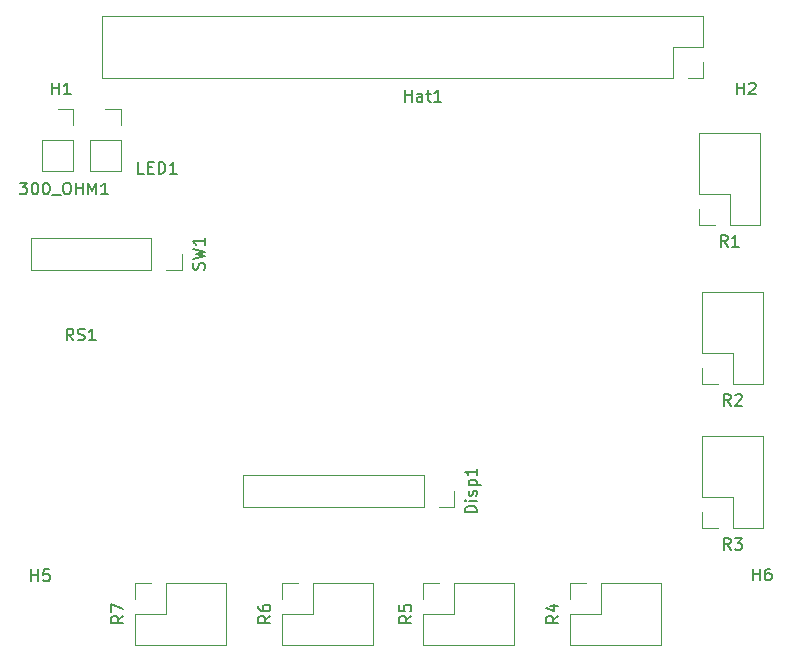
<source format=gbr>
G04 #@! TF.GenerationSoftware,KiCad,Pcbnew,(5.1.0)-1*
G04 #@! TF.CreationDate,2019-11-04T20:34:33+09:00*
G04 #@! TF.ProjectId,PakeOtiKun,50616b65-4f74-4694-9b75-6e2e6b696361,1*
G04 #@! TF.SameCoordinates,Original*
G04 #@! TF.FileFunction,Legend,Top*
G04 #@! TF.FilePolarity,Positive*
%FSLAX46Y46*%
G04 Gerber Fmt 4.6, Leading zero omitted, Abs format (unit mm)*
G04 Created by KiCad (PCBNEW (5.1.0)-1) date 2019-11-04 20:34:33*
%MOMM*%
%LPD*%
G04 APERTURE LIST*
%ADD10C,0.120000*%
%ADD11C,0.150000*%
G04 APERTURE END LIST*
D10*
X167446000Y-102676000D02*
X164846000Y-102676000D01*
X167446000Y-102676000D02*
X167446000Y-94936000D01*
X167446000Y-94936000D02*
X162246000Y-94936000D01*
X162246000Y-100076000D02*
X162246000Y-94936000D01*
X164846000Y-100076000D02*
X162246000Y-100076000D01*
X164846000Y-102676000D02*
X164846000Y-100076000D01*
X162246000Y-102676000D02*
X162246000Y-101346000D01*
X163576000Y-102676000D02*
X162246000Y-102676000D01*
X115646200Y-90364000D02*
X115646200Y-93024000D01*
X115646200Y-90364000D02*
X105426200Y-90364000D01*
X105426200Y-90364000D02*
X105426200Y-93024000D01*
X115646200Y-93024000D02*
X105426200Y-93024000D01*
X118246200Y-93024000D02*
X116916200Y-93024000D01*
X118246200Y-91694000D02*
X118246200Y-93024000D01*
X138684000Y-110430000D02*
X138684000Y-113090000D01*
X138684000Y-110430000D02*
X123384000Y-110430000D01*
X123384000Y-110430000D02*
X123384000Y-113090000D01*
X138684000Y-113090000D02*
X123384000Y-113090000D01*
X141284000Y-113090000D02*
X139954000Y-113090000D01*
X141284000Y-111760000D02*
X141284000Y-113090000D01*
X163576000Y-114868000D02*
X162246000Y-114868000D01*
X162246000Y-114868000D02*
X162246000Y-113538000D01*
X164846000Y-114868000D02*
X164846000Y-112268000D01*
X164846000Y-112268000D02*
X162246000Y-112268000D01*
X162246000Y-112268000D02*
X162246000Y-107128000D01*
X167446000Y-107128000D02*
X162246000Y-107128000D01*
X167446000Y-114868000D02*
X167446000Y-107128000D01*
X167446000Y-114868000D02*
X164846000Y-114868000D01*
X151070000Y-124774000D02*
X151070000Y-122174000D01*
X151070000Y-124774000D02*
X158810000Y-124774000D01*
X158810000Y-124774000D02*
X158810000Y-119574000D01*
X153670000Y-119574000D02*
X158810000Y-119574000D01*
X153670000Y-122174000D02*
X153670000Y-119574000D01*
X151070000Y-122174000D02*
X153670000Y-122174000D01*
X151070000Y-119574000D02*
X152400000Y-119574000D01*
X151070000Y-120904000D02*
X151070000Y-119574000D01*
X138624000Y-120904000D02*
X138624000Y-119574000D01*
X138624000Y-119574000D02*
X139954000Y-119574000D01*
X138624000Y-122174000D02*
X141224000Y-122174000D01*
X141224000Y-122174000D02*
X141224000Y-119574000D01*
X141224000Y-119574000D02*
X146364000Y-119574000D01*
X146364000Y-124774000D02*
X146364000Y-119574000D01*
X138624000Y-124774000D02*
X146364000Y-124774000D01*
X138624000Y-124774000D02*
X138624000Y-122174000D01*
X126686000Y-124774000D02*
X126686000Y-122174000D01*
X126686000Y-124774000D02*
X134426000Y-124774000D01*
X134426000Y-124774000D02*
X134426000Y-119574000D01*
X129286000Y-119574000D02*
X134426000Y-119574000D01*
X129286000Y-122174000D02*
X129286000Y-119574000D01*
X126686000Y-122174000D02*
X129286000Y-122174000D01*
X126686000Y-119574000D02*
X128016000Y-119574000D01*
X126686000Y-120904000D02*
X126686000Y-119574000D01*
X114240000Y-120904000D02*
X114240000Y-119574000D01*
X114240000Y-119574000D02*
X115570000Y-119574000D01*
X114240000Y-122174000D02*
X116840000Y-122174000D01*
X116840000Y-122174000D02*
X116840000Y-119574000D01*
X116840000Y-119574000D02*
X121980000Y-119574000D01*
X121980000Y-124774000D02*
X121980000Y-119574000D01*
X114240000Y-124774000D02*
X121980000Y-124774000D01*
X114240000Y-124774000D02*
X114240000Y-122174000D01*
X163322000Y-89214000D02*
X161992000Y-89214000D01*
X161992000Y-89214000D02*
X161992000Y-87884000D01*
X164592000Y-89214000D02*
X164592000Y-86614000D01*
X164592000Y-86614000D02*
X161992000Y-86614000D01*
X161992000Y-86614000D02*
X161992000Y-81474000D01*
X167192000Y-81474000D02*
X161992000Y-81474000D01*
X167192000Y-89214000D02*
X167192000Y-81474000D01*
X167192000Y-89214000D02*
X164592000Y-89214000D01*
X110404600Y-82042000D02*
X113064600Y-82042000D01*
X110404600Y-82042000D02*
X110404600Y-84642000D01*
X110404600Y-84642000D02*
X113064600Y-84642000D01*
X113064600Y-82042000D02*
X113064600Y-84642000D01*
X113064600Y-79442000D02*
X113064600Y-80772000D01*
X111734600Y-79442000D02*
X113064600Y-79442000D01*
X107696000Y-79442000D02*
X109026000Y-79442000D01*
X109026000Y-79442000D02*
X109026000Y-80772000D01*
X109026000Y-82042000D02*
X109026000Y-84642000D01*
X106366000Y-84642000D02*
X109026000Y-84642000D01*
X106366000Y-82042000D02*
X106366000Y-84642000D01*
X106366000Y-82042000D02*
X109026000Y-82042000D01*
X111446000Y-71568000D02*
X111446000Y-76768000D01*
X159766000Y-76768000D02*
X111446000Y-76768000D01*
X162366000Y-76768000D02*
X161036000Y-76768000D01*
X162366000Y-75438000D02*
X162366000Y-76768000D01*
X159766000Y-74168000D02*
X159766000Y-76768000D01*
X162366000Y-74168000D02*
X159766000Y-74168000D01*
X162366000Y-71568000D02*
X162366000Y-74168000D01*
X162366000Y-71568000D02*
X111446000Y-71568000D01*
D11*
X164679333Y-104568380D02*
X164346000Y-104092190D01*
X164107904Y-104568380D02*
X164107904Y-103568380D01*
X164488857Y-103568380D01*
X164584095Y-103616000D01*
X164631714Y-103663619D01*
X164679333Y-103758857D01*
X164679333Y-103901714D01*
X164631714Y-103996952D01*
X164584095Y-104044571D01*
X164488857Y-104092190D01*
X164107904Y-104092190D01*
X165060285Y-103663619D02*
X165107904Y-103616000D01*
X165203142Y-103568380D01*
X165441238Y-103568380D01*
X165536476Y-103616000D01*
X165584095Y-103663619D01*
X165631714Y-103758857D01*
X165631714Y-103854095D01*
X165584095Y-103996952D01*
X165012666Y-104568380D01*
X165631714Y-104568380D01*
X165238095Y-78202380D02*
X165238095Y-77202380D01*
X165238095Y-77678571D02*
X165809523Y-77678571D01*
X165809523Y-78202380D02*
X165809523Y-77202380D01*
X166238095Y-77297619D02*
X166285714Y-77250000D01*
X166380952Y-77202380D01*
X166619047Y-77202380D01*
X166714285Y-77250000D01*
X166761904Y-77297619D01*
X166809523Y-77392857D01*
X166809523Y-77488095D01*
X166761904Y-77630952D01*
X166190476Y-78202380D01*
X166809523Y-78202380D01*
X166573295Y-119349780D02*
X166573295Y-118349780D01*
X166573295Y-118825971D02*
X167144723Y-118825971D01*
X167144723Y-119349780D02*
X167144723Y-118349780D01*
X168049485Y-118349780D02*
X167859009Y-118349780D01*
X167763771Y-118397400D01*
X167716152Y-118445019D01*
X167620914Y-118587876D01*
X167573295Y-118778352D01*
X167573295Y-119159304D01*
X167620914Y-119254542D01*
X167668533Y-119302161D01*
X167763771Y-119349780D01*
X167954247Y-119349780D01*
X168049485Y-119302161D01*
X168097104Y-119254542D01*
X168144723Y-119159304D01*
X168144723Y-118921209D01*
X168097104Y-118825971D01*
X168049485Y-118778352D01*
X167954247Y-118730733D01*
X167763771Y-118730733D01*
X167668533Y-118778352D01*
X167620914Y-118825971D01*
X167573295Y-118921209D01*
X107238095Y-78202380D02*
X107238095Y-77202380D01*
X107238095Y-77678571D02*
X107809523Y-77678571D01*
X107809523Y-78202380D02*
X107809523Y-77202380D01*
X108809523Y-78202380D02*
X108238095Y-78202380D01*
X108523809Y-78202380D02*
X108523809Y-77202380D01*
X108428571Y-77345238D01*
X108333333Y-77440476D01*
X108238095Y-77488095D01*
X105486295Y-119400580D02*
X105486295Y-118400580D01*
X105486295Y-118876771D02*
X106057723Y-118876771D01*
X106057723Y-119400580D02*
X106057723Y-118400580D01*
X107010104Y-118400580D02*
X106533914Y-118400580D01*
X106486295Y-118876771D01*
X106533914Y-118829152D01*
X106629152Y-118781533D01*
X106867247Y-118781533D01*
X106962485Y-118829152D01*
X107010104Y-118876771D01*
X107057723Y-118972009D01*
X107057723Y-119210104D01*
X107010104Y-119305342D01*
X106962485Y-119352961D01*
X106867247Y-119400580D01*
X106629152Y-119400580D01*
X106533914Y-119352961D01*
X106486295Y-119305342D01*
X120090961Y-93027333D02*
X120138580Y-92884476D01*
X120138580Y-92646380D01*
X120090961Y-92551142D01*
X120043342Y-92503523D01*
X119948104Y-92455904D01*
X119852866Y-92455904D01*
X119757628Y-92503523D01*
X119710009Y-92551142D01*
X119662390Y-92646380D01*
X119614771Y-92836857D01*
X119567152Y-92932095D01*
X119519533Y-92979714D01*
X119424295Y-93027333D01*
X119329057Y-93027333D01*
X119233819Y-92979714D01*
X119186200Y-92932095D01*
X119138580Y-92836857D01*
X119138580Y-92598761D01*
X119186200Y-92455904D01*
X119138580Y-92122571D02*
X120138580Y-91884476D01*
X119424295Y-91694000D01*
X120138580Y-91503523D01*
X119138580Y-91265428D01*
X120138580Y-90360666D02*
X120138580Y-90932095D01*
X120138580Y-90646380D02*
X119138580Y-90646380D01*
X119281438Y-90741619D01*
X119376676Y-90836857D01*
X119424295Y-90932095D01*
X143176380Y-113593333D02*
X142176380Y-113593333D01*
X142176380Y-113355238D01*
X142224000Y-113212380D01*
X142319238Y-113117142D01*
X142414476Y-113069523D01*
X142604952Y-113021904D01*
X142747809Y-113021904D01*
X142938285Y-113069523D01*
X143033523Y-113117142D01*
X143128761Y-113212380D01*
X143176380Y-113355238D01*
X143176380Y-113593333D01*
X143176380Y-112593333D02*
X142509714Y-112593333D01*
X142176380Y-112593333D02*
X142224000Y-112640952D01*
X142271619Y-112593333D01*
X142224000Y-112545714D01*
X142176380Y-112593333D01*
X142271619Y-112593333D01*
X143128761Y-112164761D02*
X143176380Y-112069523D01*
X143176380Y-111879047D01*
X143128761Y-111783809D01*
X143033523Y-111736190D01*
X142985904Y-111736190D01*
X142890666Y-111783809D01*
X142843047Y-111879047D01*
X142843047Y-112021904D01*
X142795428Y-112117142D01*
X142700190Y-112164761D01*
X142652571Y-112164761D01*
X142557333Y-112117142D01*
X142509714Y-112021904D01*
X142509714Y-111879047D01*
X142557333Y-111783809D01*
X142509714Y-111307619D02*
X143509714Y-111307619D01*
X142557333Y-111307619D02*
X142509714Y-111212380D01*
X142509714Y-111021904D01*
X142557333Y-110926666D01*
X142604952Y-110879047D01*
X142700190Y-110831428D01*
X142985904Y-110831428D01*
X143081142Y-110879047D01*
X143128761Y-110926666D01*
X143176380Y-111021904D01*
X143176380Y-111212380D01*
X143128761Y-111307619D01*
X143176380Y-109879047D02*
X143176380Y-110450476D01*
X143176380Y-110164761D02*
X142176380Y-110164761D01*
X142319238Y-110260000D01*
X142414476Y-110355238D01*
X142462095Y-110450476D01*
X164679333Y-116760380D02*
X164346000Y-116284190D01*
X164107904Y-116760380D02*
X164107904Y-115760380D01*
X164488857Y-115760380D01*
X164584095Y-115808000D01*
X164631714Y-115855619D01*
X164679333Y-115950857D01*
X164679333Y-116093714D01*
X164631714Y-116188952D01*
X164584095Y-116236571D01*
X164488857Y-116284190D01*
X164107904Y-116284190D01*
X165012666Y-115760380D02*
X165631714Y-115760380D01*
X165298380Y-116141333D01*
X165441238Y-116141333D01*
X165536476Y-116188952D01*
X165584095Y-116236571D01*
X165631714Y-116331809D01*
X165631714Y-116569904D01*
X165584095Y-116665142D01*
X165536476Y-116712761D01*
X165441238Y-116760380D01*
X165155523Y-116760380D01*
X165060285Y-116712761D01*
X165012666Y-116665142D01*
X150082380Y-122340666D02*
X149606190Y-122674000D01*
X150082380Y-122912095D02*
X149082380Y-122912095D01*
X149082380Y-122531142D01*
X149130000Y-122435904D01*
X149177619Y-122388285D01*
X149272857Y-122340666D01*
X149415714Y-122340666D01*
X149510952Y-122388285D01*
X149558571Y-122435904D01*
X149606190Y-122531142D01*
X149606190Y-122912095D01*
X149415714Y-121483523D02*
X150082380Y-121483523D01*
X149034761Y-121721619D02*
X149749047Y-121959714D01*
X149749047Y-121340666D01*
X137636380Y-122340666D02*
X137160190Y-122674000D01*
X137636380Y-122912095D02*
X136636380Y-122912095D01*
X136636380Y-122531142D01*
X136684000Y-122435904D01*
X136731619Y-122388285D01*
X136826857Y-122340666D01*
X136969714Y-122340666D01*
X137064952Y-122388285D01*
X137112571Y-122435904D01*
X137160190Y-122531142D01*
X137160190Y-122912095D01*
X136636380Y-121435904D02*
X136636380Y-121912095D01*
X137112571Y-121959714D01*
X137064952Y-121912095D01*
X137017333Y-121816857D01*
X137017333Y-121578761D01*
X137064952Y-121483523D01*
X137112571Y-121435904D01*
X137207809Y-121388285D01*
X137445904Y-121388285D01*
X137541142Y-121435904D01*
X137588761Y-121483523D01*
X137636380Y-121578761D01*
X137636380Y-121816857D01*
X137588761Y-121912095D01*
X137541142Y-121959714D01*
X125698380Y-122340666D02*
X125222190Y-122674000D01*
X125698380Y-122912095D02*
X124698380Y-122912095D01*
X124698380Y-122531142D01*
X124746000Y-122435904D01*
X124793619Y-122388285D01*
X124888857Y-122340666D01*
X125031714Y-122340666D01*
X125126952Y-122388285D01*
X125174571Y-122435904D01*
X125222190Y-122531142D01*
X125222190Y-122912095D01*
X124698380Y-121483523D02*
X124698380Y-121674000D01*
X124746000Y-121769238D01*
X124793619Y-121816857D01*
X124936476Y-121912095D01*
X125126952Y-121959714D01*
X125507904Y-121959714D01*
X125603142Y-121912095D01*
X125650761Y-121864476D01*
X125698380Y-121769238D01*
X125698380Y-121578761D01*
X125650761Y-121483523D01*
X125603142Y-121435904D01*
X125507904Y-121388285D01*
X125269809Y-121388285D01*
X125174571Y-121435904D01*
X125126952Y-121483523D01*
X125079333Y-121578761D01*
X125079333Y-121769238D01*
X125126952Y-121864476D01*
X125174571Y-121912095D01*
X125269809Y-121959714D01*
X113252380Y-122340666D02*
X112776190Y-122674000D01*
X113252380Y-122912095D02*
X112252380Y-122912095D01*
X112252380Y-122531142D01*
X112300000Y-122435904D01*
X112347619Y-122388285D01*
X112442857Y-122340666D01*
X112585714Y-122340666D01*
X112680952Y-122388285D01*
X112728571Y-122435904D01*
X112776190Y-122531142D01*
X112776190Y-122912095D01*
X112252380Y-122007333D02*
X112252380Y-121340666D01*
X113252380Y-121769238D01*
X164425333Y-91106380D02*
X164092000Y-90630190D01*
X163853904Y-91106380D02*
X163853904Y-90106380D01*
X164234857Y-90106380D01*
X164330095Y-90154000D01*
X164377714Y-90201619D01*
X164425333Y-90296857D01*
X164425333Y-90439714D01*
X164377714Y-90534952D01*
X164330095Y-90582571D01*
X164234857Y-90630190D01*
X163853904Y-90630190D01*
X165377714Y-91106380D02*
X164806285Y-91106380D01*
X165092000Y-91106380D02*
X165092000Y-90106380D01*
X164996761Y-90249238D01*
X164901523Y-90344476D01*
X164806285Y-90392095D01*
X115009752Y-84907380D02*
X114533561Y-84907380D01*
X114533561Y-83907380D01*
X115343085Y-84383571D02*
X115676419Y-84383571D01*
X115819276Y-84907380D02*
X115343085Y-84907380D01*
X115343085Y-83907380D01*
X115819276Y-83907380D01*
X116247847Y-84907380D02*
X116247847Y-83907380D01*
X116485942Y-83907380D01*
X116628800Y-83955000D01*
X116724038Y-84050238D01*
X116771657Y-84145476D01*
X116819276Y-84335952D01*
X116819276Y-84478809D01*
X116771657Y-84669285D01*
X116724038Y-84764523D01*
X116628800Y-84859761D01*
X116485942Y-84907380D01*
X116247847Y-84907380D01*
X117771657Y-84907380D02*
X117200228Y-84907380D01*
X117485942Y-84907380D02*
X117485942Y-83907380D01*
X117390704Y-84050238D01*
X117295466Y-84145476D01*
X117200228Y-84193095D01*
X104492895Y-85659980D02*
X105111942Y-85659980D01*
X104778609Y-86040933D01*
X104921466Y-86040933D01*
X105016704Y-86088552D01*
X105064323Y-86136171D01*
X105111942Y-86231409D01*
X105111942Y-86469504D01*
X105064323Y-86564742D01*
X105016704Y-86612361D01*
X104921466Y-86659980D01*
X104635752Y-86659980D01*
X104540514Y-86612361D01*
X104492895Y-86564742D01*
X105730990Y-85659980D02*
X105826228Y-85659980D01*
X105921466Y-85707600D01*
X105969085Y-85755219D01*
X106016704Y-85850457D01*
X106064323Y-86040933D01*
X106064323Y-86279028D01*
X106016704Y-86469504D01*
X105969085Y-86564742D01*
X105921466Y-86612361D01*
X105826228Y-86659980D01*
X105730990Y-86659980D01*
X105635752Y-86612361D01*
X105588133Y-86564742D01*
X105540514Y-86469504D01*
X105492895Y-86279028D01*
X105492895Y-86040933D01*
X105540514Y-85850457D01*
X105588133Y-85755219D01*
X105635752Y-85707600D01*
X105730990Y-85659980D01*
X106683371Y-85659980D02*
X106778609Y-85659980D01*
X106873847Y-85707600D01*
X106921466Y-85755219D01*
X106969085Y-85850457D01*
X107016704Y-86040933D01*
X107016704Y-86279028D01*
X106969085Y-86469504D01*
X106921466Y-86564742D01*
X106873847Y-86612361D01*
X106778609Y-86659980D01*
X106683371Y-86659980D01*
X106588133Y-86612361D01*
X106540514Y-86564742D01*
X106492895Y-86469504D01*
X106445276Y-86279028D01*
X106445276Y-86040933D01*
X106492895Y-85850457D01*
X106540514Y-85755219D01*
X106588133Y-85707600D01*
X106683371Y-85659980D01*
X107207180Y-86755219D02*
X107969085Y-86755219D01*
X108397657Y-85659980D02*
X108588133Y-85659980D01*
X108683371Y-85707600D01*
X108778609Y-85802838D01*
X108826228Y-85993314D01*
X108826228Y-86326647D01*
X108778609Y-86517123D01*
X108683371Y-86612361D01*
X108588133Y-86659980D01*
X108397657Y-86659980D01*
X108302419Y-86612361D01*
X108207180Y-86517123D01*
X108159561Y-86326647D01*
X108159561Y-85993314D01*
X108207180Y-85802838D01*
X108302419Y-85707600D01*
X108397657Y-85659980D01*
X109254800Y-86659980D02*
X109254800Y-85659980D01*
X109254800Y-86136171D02*
X109826228Y-86136171D01*
X109826228Y-86659980D02*
X109826228Y-85659980D01*
X110302419Y-86659980D02*
X110302419Y-85659980D01*
X110635752Y-86374266D01*
X110969085Y-85659980D01*
X110969085Y-86659980D01*
X111969085Y-86659980D02*
X111397657Y-86659980D01*
X111683371Y-86659980D02*
X111683371Y-85659980D01*
X111588133Y-85802838D01*
X111492895Y-85898076D01*
X111397657Y-85945695D01*
X137107800Y-78811380D02*
X137107800Y-77811380D01*
X137107800Y-78287571D02*
X137679228Y-78287571D01*
X137679228Y-78811380D02*
X137679228Y-77811380D01*
X138583990Y-78811380D02*
X138583990Y-78287571D01*
X138536371Y-78192333D01*
X138441133Y-78144714D01*
X138250657Y-78144714D01*
X138155419Y-78192333D01*
X138583990Y-78763761D02*
X138488752Y-78811380D01*
X138250657Y-78811380D01*
X138155419Y-78763761D01*
X138107800Y-78668523D01*
X138107800Y-78573285D01*
X138155419Y-78478047D01*
X138250657Y-78430428D01*
X138488752Y-78430428D01*
X138583990Y-78382809D01*
X138917323Y-78144714D02*
X139298276Y-78144714D01*
X139060180Y-77811380D02*
X139060180Y-78668523D01*
X139107800Y-78763761D01*
X139203038Y-78811380D01*
X139298276Y-78811380D01*
X140155419Y-78811380D02*
X139583990Y-78811380D01*
X139869704Y-78811380D02*
X139869704Y-77811380D01*
X139774466Y-77954238D01*
X139679228Y-78049476D01*
X139583990Y-78097095D01*
X109034342Y-99029780D02*
X108701009Y-98553590D01*
X108462914Y-99029780D02*
X108462914Y-98029780D01*
X108843866Y-98029780D01*
X108939104Y-98077400D01*
X108986723Y-98125019D01*
X109034342Y-98220257D01*
X109034342Y-98363114D01*
X108986723Y-98458352D01*
X108939104Y-98505971D01*
X108843866Y-98553590D01*
X108462914Y-98553590D01*
X109415295Y-98982161D02*
X109558152Y-99029780D01*
X109796247Y-99029780D01*
X109891485Y-98982161D01*
X109939104Y-98934542D01*
X109986723Y-98839304D01*
X109986723Y-98744066D01*
X109939104Y-98648828D01*
X109891485Y-98601209D01*
X109796247Y-98553590D01*
X109605771Y-98505971D01*
X109510533Y-98458352D01*
X109462914Y-98410733D01*
X109415295Y-98315495D01*
X109415295Y-98220257D01*
X109462914Y-98125019D01*
X109510533Y-98077400D01*
X109605771Y-98029780D01*
X109843866Y-98029780D01*
X109986723Y-98077400D01*
X110939104Y-99029780D02*
X110367676Y-99029780D01*
X110653390Y-99029780D02*
X110653390Y-98029780D01*
X110558152Y-98172638D01*
X110462914Y-98267876D01*
X110367676Y-98315495D01*
M02*

</source>
